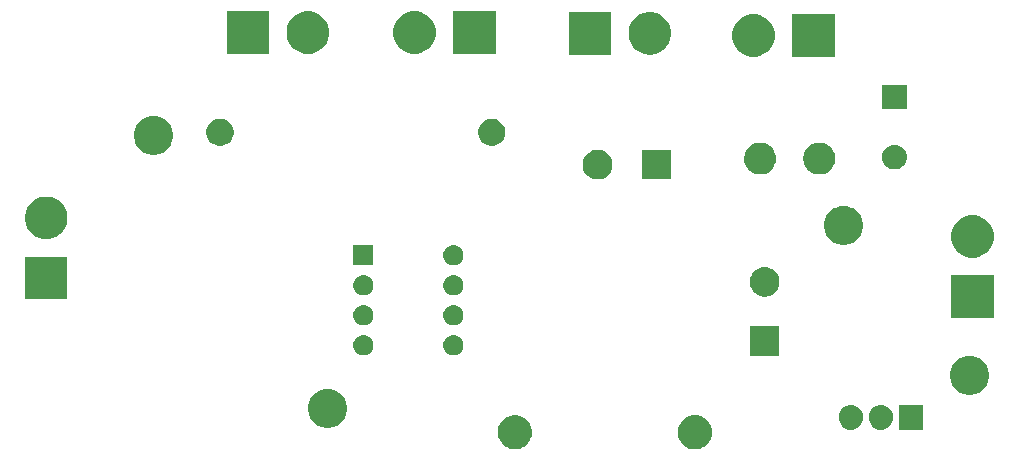
<source format=gbr>
G04 #@! TF.GenerationSoftware,KiCad,Pcbnew,(5.0.2)-1*
G04 #@! TF.CreationDate,2021-12-13T13:30:45+03:00*
G04 #@! TF.ProjectId,tasarim,74617361-7269-46d2-9e6b-696361645f70,rev?*
G04 #@! TF.SameCoordinates,Original*
G04 #@! TF.FileFunction,Soldermask,Bot*
G04 #@! TF.FilePolarity,Negative*
%FSLAX46Y46*%
G04 Gerber Fmt 4.6, Leading zero omitted, Abs format (unit mm)*
G04 Created by KiCad (PCBNEW (5.0.2)-1) date 13.12.2021 13:30:45*
%MOMM*%
%LPD*%
G01*
G04 APERTURE LIST*
%ADD10C,0.100000*%
G04 APERTURE END LIST*
D10*
G36*
X178104861Y-110065497D02*
X178211446Y-110075995D01*
X178393789Y-110131308D01*
X178484961Y-110158965D01*
X178599410Y-110220140D01*
X178737033Y-110293701D01*
X178957976Y-110475024D01*
X179117480Y-110669380D01*
X179139298Y-110695966D01*
X179274035Y-110948039D01*
X179274035Y-110948040D01*
X179357005Y-111221554D01*
X179385020Y-111506000D01*
X179357005Y-111790446D01*
X179314903Y-111929238D01*
X179274035Y-112063961D01*
X179202016Y-112198697D01*
X179139299Y-112316033D01*
X178957976Y-112536976D01*
X178737033Y-112718299D01*
X178619697Y-112781016D01*
X178484961Y-112853035D01*
X178393789Y-112880692D01*
X178211446Y-112936005D01*
X178104861Y-112946502D01*
X177998278Y-112957000D01*
X177855722Y-112957000D01*
X177749139Y-112946502D01*
X177642554Y-112936005D01*
X177460211Y-112880692D01*
X177369039Y-112853035D01*
X177234303Y-112781016D01*
X177116967Y-112718299D01*
X176896024Y-112536976D01*
X176714701Y-112316033D01*
X176651984Y-112198697D01*
X176579965Y-112063961D01*
X176539097Y-111929238D01*
X176496995Y-111790446D01*
X176468980Y-111506000D01*
X176496995Y-111221554D01*
X176579965Y-110948040D01*
X176579965Y-110948039D01*
X176714702Y-110695966D01*
X176736521Y-110669380D01*
X176896024Y-110475024D01*
X177116967Y-110293701D01*
X177254590Y-110220140D01*
X177369039Y-110158965D01*
X177460211Y-110131308D01*
X177642554Y-110075995D01*
X177749139Y-110065497D01*
X177855722Y-110055000D01*
X177998278Y-110055000D01*
X178104861Y-110065497D01*
X178104861Y-110065497D01*
G37*
G36*
X163110238Y-110110760D02*
X163110240Y-110110761D01*
X163110241Y-110110761D01*
X163374306Y-110220140D01*
X163484399Y-110293702D01*
X163611962Y-110378937D01*
X163814063Y-110581038D01*
X163814065Y-110581041D01*
X163972860Y-110818694D01*
X164073455Y-111061553D01*
X164082240Y-111082762D01*
X164138000Y-111363088D01*
X164138000Y-111648912D01*
X164109848Y-111790444D01*
X164082239Y-111929241D01*
X163972860Y-112193306D01*
X163816206Y-112427754D01*
X163814063Y-112430962D01*
X163611962Y-112633063D01*
X163611959Y-112633065D01*
X163374306Y-112791860D01*
X163110241Y-112901239D01*
X163110240Y-112901239D01*
X163110238Y-112901240D01*
X162829912Y-112957000D01*
X162544088Y-112957000D01*
X162263762Y-112901240D01*
X162263760Y-112901239D01*
X162263759Y-112901239D01*
X161999694Y-112791860D01*
X161762041Y-112633065D01*
X161762038Y-112633063D01*
X161559937Y-112430962D01*
X161557794Y-112427754D01*
X161401140Y-112193306D01*
X161291761Y-111929241D01*
X161264153Y-111790444D01*
X161236000Y-111648912D01*
X161236000Y-111363088D01*
X161291760Y-111082762D01*
X161300545Y-111061553D01*
X161401140Y-110818694D01*
X161559935Y-110581041D01*
X161559937Y-110581038D01*
X161762038Y-110378937D01*
X161889601Y-110293702D01*
X161999694Y-110220140D01*
X162263759Y-110110761D01*
X162263760Y-110110761D01*
X162263762Y-110110760D01*
X162544088Y-110055000D01*
X162829912Y-110055000D01*
X163110238Y-110110760D01*
X163110238Y-110110760D01*
G37*
G36*
X193871720Y-109199520D02*
X194060881Y-109256901D01*
X194235212Y-109350083D01*
X194388015Y-109475485D01*
X194513417Y-109628288D01*
X194606599Y-109802620D01*
X194663980Y-109991781D01*
X194678500Y-110139207D01*
X194678500Y-110332794D01*
X194663980Y-110480220D01*
X194606599Y-110669381D01*
X194513417Y-110843712D01*
X194388015Y-110996515D01*
X194235212Y-111121917D01*
X194060880Y-111215099D01*
X193871719Y-111272480D01*
X193675000Y-111291855D01*
X193478280Y-111272480D01*
X193289119Y-111215099D01*
X193114788Y-111121917D01*
X192961985Y-110996515D01*
X192836583Y-110843712D01*
X192743401Y-110669380D01*
X192686020Y-110480219D01*
X192676045Y-110378937D01*
X192671500Y-110332795D01*
X192671500Y-110139204D01*
X192677726Y-110075995D01*
X192686020Y-109991780D01*
X192743401Y-109802619D01*
X192836583Y-109628288D01*
X192961985Y-109475485D01*
X193114788Y-109350083D01*
X193289120Y-109256901D01*
X193478281Y-109199520D01*
X193675000Y-109180145D01*
X193871720Y-109199520D01*
X193871720Y-109199520D01*
G37*
G36*
X191331720Y-109199520D02*
X191520881Y-109256901D01*
X191695212Y-109350083D01*
X191848015Y-109475485D01*
X191973417Y-109628288D01*
X192066599Y-109802620D01*
X192123980Y-109991781D01*
X192138500Y-110139207D01*
X192138500Y-110332794D01*
X192123980Y-110480220D01*
X192066599Y-110669381D01*
X191973417Y-110843712D01*
X191848015Y-110996515D01*
X191695212Y-111121917D01*
X191520880Y-111215099D01*
X191331719Y-111272480D01*
X191135000Y-111291855D01*
X190938280Y-111272480D01*
X190749119Y-111215099D01*
X190574788Y-111121917D01*
X190421985Y-110996515D01*
X190296583Y-110843712D01*
X190203401Y-110669380D01*
X190146020Y-110480219D01*
X190136045Y-110378937D01*
X190131500Y-110332795D01*
X190131500Y-110139204D01*
X190137726Y-110075995D01*
X190146020Y-109991780D01*
X190203401Y-109802619D01*
X190296583Y-109628288D01*
X190421985Y-109475485D01*
X190574788Y-109350083D01*
X190749120Y-109256901D01*
X190938281Y-109199520D01*
X191135000Y-109180145D01*
X191331720Y-109199520D01*
X191331720Y-109199520D01*
G37*
G36*
X197218500Y-111287000D02*
X195211500Y-111287000D01*
X195211500Y-109185000D01*
X197218500Y-109185000D01*
X197218500Y-111287000D01*
X197218500Y-111287000D01*
G37*
G36*
X147187256Y-107865298D02*
X147293579Y-107886447D01*
X147594042Y-108010903D01*
X147791884Y-108143097D01*
X147864454Y-108191587D01*
X148094413Y-108421546D01*
X148275098Y-108691960D01*
X148399553Y-108992422D01*
X148452162Y-109256901D01*
X148463000Y-109311391D01*
X148463000Y-109636609D01*
X148399553Y-109955579D01*
X148275097Y-110256042D01*
X148125308Y-110480216D01*
X148094413Y-110526454D01*
X147864454Y-110756413D01*
X147864451Y-110756415D01*
X147594042Y-110937097D01*
X147594041Y-110937098D01*
X147594040Y-110937098D01*
X147506037Y-110973550D01*
X147293579Y-111061553D01*
X147187256Y-111082702D01*
X146974611Y-111125000D01*
X146649389Y-111125000D01*
X146436744Y-111082702D01*
X146330421Y-111061553D01*
X146117963Y-110973550D01*
X146029960Y-110937098D01*
X146029959Y-110937098D01*
X146029958Y-110937097D01*
X145759549Y-110756415D01*
X145759546Y-110756413D01*
X145529587Y-110526454D01*
X145498692Y-110480216D01*
X145348903Y-110256042D01*
X145224447Y-109955579D01*
X145161000Y-109636609D01*
X145161000Y-109311391D01*
X145171839Y-109256901D01*
X145224447Y-108992422D01*
X145348902Y-108691960D01*
X145529587Y-108421546D01*
X145759546Y-108191587D01*
X145832116Y-108143097D01*
X146029958Y-108010903D01*
X146330421Y-107886447D01*
X146436744Y-107865298D01*
X146649389Y-107823000D01*
X146974611Y-107823000D01*
X147187256Y-107865298D01*
X147187256Y-107865298D01*
G37*
G36*
X201543256Y-105071298D02*
X201649579Y-105092447D01*
X201950042Y-105216903D01*
X202216852Y-105395180D01*
X202220454Y-105397587D01*
X202450413Y-105627546D01*
X202631098Y-105897960D01*
X202755553Y-106198422D01*
X202819000Y-106517389D01*
X202819000Y-106842611D01*
X202755553Y-107161578D01*
X202631098Y-107462040D01*
X202450413Y-107732454D01*
X202220454Y-107962413D01*
X202220451Y-107962415D01*
X201950042Y-108143097D01*
X201649579Y-108267553D01*
X201543256Y-108288702D01*
X201330611Y-108331000D01*
X201005389Y-108331000D01*
X200792744Y-108288702D01*
X200686421Y-108267553D01*
X200385958Y-108143097D01*
X200115549Y-107962415D01*
X200115546Y-107962413D01*
X199885587Y-107732454D01*
X199704902Y-107462040D01*
X199580447Y-107161578D01*
X199517000Y-106842611D01*
X199517000Y-106517389D01*
X199580447Y-106198422D01*
X199704902Y-105897960D01*
X199885587Y-105627546D01*
X200115546Y-105397587D01*
X200119148Y-105395180D01*
X200385958Y-105216903D01*
X200686421Y-105092447D01*
X200792744Y-105071298D01*
X201005389Y-105029000D01*
X201330611Y-105029000D01*
X201543256Y-105071298D01*
X201543256Y-105071298D01*
G37*
G36*
X185083500Y-105010000D02*
X182581500Y-105010000D01*
X182581500Y-102508000D01*
X185083500Y-102508000D01*
X185083500Y-105010000D01*
X185083500Y-105010000D01*
G37*
G36*
X157646821Y-103301313D02*
X157646824Y-103301314D01*
X157646825Y-103301314D01*
X157807239Y-103349975D01*
X157807241Y-103349976D01*
X157807244Y-103349977D01*
X157955078Y-103428995D01*
X158084659Y-103535341D01*
X158191005Y-103664922D01*
X158270023Y-103812756D01*
X158318687Y-103973179D01*
X158335117Y-104140000D01*
X158318687Y-104306821D01*
X158270023Y-104467244D01*
X158191005Y-104615078D01*
X158084659Y-104744659D01*
X157955078Y-104851005D01*
X157807244Y-104930023D01*
X157807241Y-104930024D01*
X157807239Y-104930025D01*
X157646825Y-104978686D01*
X157646824Y-104978686D01*
X157646821Y-104978687D01*
X157521804Y-104991000D01*
X157438196Y-104991000D01*
X157313179Y-104978687D01*
X157313176Y-104978686D01*
X157313175Y-104978686D01*
X157152761Y-104930025D01*
X157152759Y-104930024D01*
X157152756Y-104930023D01*
X157004922Y-104851005D01*
X156875341Y-104744659D01*
X156768995Y-104615078D01*
X156689977Y-104467244D01*
X156641313Y-104306821D01*
X156624883Y-104140000D01*
X156641313Y-103973179D01*
X156689977Y-103812756D01*
X156768995Y-103664922D01*
X156875341Y-103535341D01*
X157004922Y-103428995D01*
X157152756Y-103349977D01*
X157152759Y-103349976D01*
X157152761Y-103349975D01*
X157313175Y-103301314D01*
X157313176Y-103301314D01*
X157313179Y-103301313D01*
X157438196Y-103289000D01*
X157521804Y-103289000D01*
X157646821Y-103301313D01*
X157646821Y-103301313D01*
G37*
G36*
X150026821Y-103301313D02*
X150026824Y-103301314D01*
X150026825Y-103301314D01*
X150187239Y-103349975D01*
X150187241Y-103349976D01*
X150187244Y-103349977D01*
X150335078Y-103428995D01*
X150464659Y-103535341D01*
X150571005Y-103664922D01*
X150650023Y-103812756D01*
X150698687Y-103973179D01*
X150715117Y-104140000D01*
X150698687Y-104306821D01*
X150650023Y-104467244D01*
X150571005Y-104615078D01*
X150464659Y-104744659D01*
X150335078Y-104851005D01*
X150187244Y-104930023D01*
X150187241Y-104930024D01*
X150187239Y-104930025D01*
X150026825Y-104978686D01*
X150026824Y-104978686D01*
X150026821Y-104978687D01*
X149901804Y-104991000D01*
X149818196Y-104991000D01*
X149693179Y-104978687D01*
X149693176Y-104978686D01*
X149693175Y-104978686D01*
X149532761Y-104930025D01*
X149532759Y-104930024D01*
X149532756Y-104930023D01*
X149384922Y-104851005D01*
X149255341Y-104744659D01*
X149148995Y-104615078D01*
X149069977Y-104467244D01*
X149021313Y-104306821D01*
X149004883Y-104140000D01*
X149021313Y-103973179D01*
X149069977Y-103812756D01*
X149148995Y-103664922D01*
X149255341Y-103535341D01*
X149384922Y-103428995D01*
X149532756Y-103349977D01*
X149532759Y-103349976D01*
X149532761Y-103349975D01*
X149693175Y-103301314D01*
X149693176Y-103301314D01*
X149693179Y-103301313D01*
X149818196Y-103289000D01*
X149901804Y-103289000D01*
X150026821Y-103301313D01*
X150026821Y-103301313D01*
G37*
G36*
X157646821Y-100761313D02*
X157646824Y-100761314D01*
X157646825Y-100761314D01*
X157807239Y-100809975D01*
X157807241Y-100809976D01*
X157807244Y-100809977D01*
X157955078Y-100888995D01*
X158084659Y-100995341D01*
X158191005Y-101124922D01*
X158270023Y-101272756D01*
X158318687Y-101433179D01*
X158335117Y-101600000D01*
X158318687Y-101766821D01*
X158270023Y-101927244D01*
X158191005Y-102075078D01*
X158084659Y-102204659D01*
X157955078Y-102311005D01*
X157807244Y-102390023D01*
X157807241Y-102390024D01*
X157807239Y-102390025D01*
X157646825Y-102438686D01*
X157646824Y-102438686D01*
X157646821Y-102438687D01*
X157521804Y-102451000D01*
X157438196Y-102451000D01*
X157313179Y-102438687D01*
X157313176Y-102438686D01*
X157313175Y-102438686D01*
X157152761Y-102390025D01*
X157152759Y-102390024D01*
X157152756Y-102390023D01*
X157004922Y-102311005D01*
X156875341Y-102204659D01*
X156768995Y-102075078D01*
X156689977Y-101927244D01*
X156641313Y-101766821D01*
X156624883Y-101600000D01*
X156641313Y-101433179D01*
X156689977Y-101272756D01*
X156768995Y-101124922D01*
X156875341Y-100995341D01*
X157004922Y-100888995D01*
X157152756Y-100809977D01*
X157152759Y-100809976D01*
X157152761Y-100809975D01*
X157313175Y-100761314D01*
X157313176Y-100761314D01*
X157313179Y-100761313D01*
X157438196Y-100749000D01*
X157521804Y-100749000D01*
X157646821Y-100761313D01*
X157646821Y-100761313D01*
G37*
G36*
X150026821Y-100761313D02*
X150026824Y-100761314D01*
X150026825Y-100761314D01*
X150187239Y-100809975D01*
X150187241Y-100809976D01*
X150187244Y-100809977D01*
X150335078Y-100888995D01*
X150464659Y-100995341D01*
X150571005Y-101124922D01*
X150650023Y-101272756D01*
X150698687Y-101433179D01*
X150715117Y-101600000D01*
X150698687Y-101766821D01*
X150650023Y-101927244D01*
X150571005Y-102075078D01*
X150464659Y-102204659D01*
X150335078Y-102311005D01*
X150187244Y-102390023D01*
X150187241Y-102390024D01*
X150187239Y-102390025D01*
X150026825Y-102438686D01*
X150026824Y-102438686D01*
X150026821Y-102438687D01*
X149901804Y-102451000D01*
X149818196Y-102451000D01*
X149693179Y-102438687D01*
X149693176Y-102438686D01*
X149693175Y-102438686D01*
X149532761Y-102390025D01*
X149532759Y-102390024D01*
X149532756Y-102390023D01*
X149384922Y-102311005D01*
X149255341Y-102204659D01*
X149148995Y-102075078D01*
X149069977Y-101927244D01*
X149021313Y-101766821D01*
X149004883Y-101600000D01*
X149021313Y-101433179D01*
X149069977Y-101272756D01*
X149148995Y-101124922D01*
X149255341Y-100995341D01*
X149384922Y-100888995D01*
X149532756Y-100809977D01*
X149532759Y-100809976D01*
X149532761Y-100809975D01*
X149693175Y-100761314D01*
X149693176Y-100761314D01*
X149693179Y-100761313D01*
X149818196Y-100749000D01*
X149901804Y-100749000D01*
X150026821Y-100761313D01*
X150026821Y-100761313D01*
G37*
G36*
X203223060Y-101813560D02*
X199620940Y-101813560D01*
X199620940Y-98211440D01*
X203223060Y-98211440D01*
X203223060Y-101813560D01*
X203223060Y-101813560D01*
G37*
G36*
X124800560Y-100226060D02*
X121198440Y-100226060D01*
X121198440Y-96623940D01*
X124800560Y-96623940D01*
X124800560Y-100226060D01*
X124800560Y-100226060D01*
G37*
G36*
X184016135Y-97520019D02*
X184197403Y-97556075D01*
X184425071Y-97650378D01*
X184629042Y-97786668D01*
X184629969Y-97787287D01*
X184804213Y-97961531D01*
X184804215Y-97961534D01*
X184941122Y-98166429D01*
X185035425Y-98394097D01*
X185083500Y-98635787D01*
X185083500Y-98882213D01*
X185035425Y-99123903D01*
X184941122Y-99351571D01*
X184818506Y-99535078D01*
X184804213Y-99556469D01*
X184629969Y-99730713D01*
X184629966Y-99730715D01*
X184425071Y-99867622D01*
X184197403Y-99961925D01*
X184016136Y-99997981D01*
X183955714Y-100010000D01*
X183709286Y-100010000D01*
X183648865Y-99997981D01*
X183467597Y-99961925D01*
X183239929Y-99867622D01*
X183035034Y-99730715D01*
X183035031Y-99730713D01*
X182860787Y-99556469D01*
X182846494Y-99535078D01*
X182723878Y-99351571D01*
X182629575Y-99123903D01*
X182581500Y-98882213D01*
X182581500Y-98635787D01*
X182629575Y-98394097D01*
X182723878Y-98166429D01*
X182860785Y-97961534D01*
X182860787Y-97961531D01*
X183035031Y-97787287D01*
X183035958Y-97786668D01*
X183239929Y-97650378D01*
X183467597Y-97556075D01*
X183648864Y-97520019D01*
X183709286Y-97508000D01*
X183955714Y-97508000D01*
X184016135Y-97520019D01*
X184016135Y-97520019D01*
G37*
G36*
X157646821Y-98221313D02*
X157646824Y-98221314D01*
X157646825Y-98221314D01*
X157807239Y-98269975D01*
X157807241Y-98269976D01*
X157807244Y-98269977D01*
X157955078Y-98348995D01*
X158084659Y-98455341D01*
X158191005Y-98584922D01*
X158270023Y-98732756D01*
X158270024Y-98732759D01*
X158270025Y-98732761D01*
X158315361Y-98882214D01*
X158318687Y-98893179D01*
X158335117Y-99060000D01*
X158318687Y-99226821D01*
X158318686Y-99226824D01*
X158318686Y-99226825D01*
X158280845Y-99351571D01*
X158270023Y-99387244D01*
X158191005Y-99535078D01*
X158084659Y-99664659D01*
X157955078Y-99771005D01*
X157807244Y-99850023D01*
X157807241Y-99850024D01*
X157807239Y-99850025D01*
X157646825Y-99898686D01*
X157646824Y-99898686D01*
X157646821Y-99898687D01*
X157521804Y-99911000D01*
X157438196Y-99911000D01*
X157313179Y-99898687D01*
X157313176Y-99898686D01*
X157313175Y-99898686D01*
X157152761Y-99850025D01*
X157152759Y-99850024D01*
X157152756Y-99850023D01*
X157004922Y-99771005D01*
X156875341Y-99664659D01*
X156768995Y-99535078D01*
X156689977Y-99387244D01*
X156679156Y-99351571D01*
X156641314Y-99226825D01*
X156641314Y-99226824D01*
X156641313Y-99226821D01*
X156624883Y-99060000D01*
X156641313Y-98893179D01*
X156644639Y-98882214D01*
X156689975Y-98732761D01*
X156689976Y-98732759D01*
X156689977Y-98732756D01*
X156768995Y-98584922D01*
X156875341Y-98455341D01*
X157004922Y-98348995D01*
X157152756Y-98269977D01*
X157152759Y-98269976D01*
X157152761Y-98269975D01*
X157313175Y-98221314D01*
X157313176Y-98221314D01*
X157313179Y-98221313D01*
X157438196Y-98209000D01*
X157521804Y-98209000D01*
X157646821Y-98221313D01*
X157646821Y-98221313D01*
G37*
G36*
X150026821Y-98221313D02*
X150026824Y-98221314D01*
X150026825Y-98221314D01*
X150187239Y-98269975D01*
X150187241Y-98269976D01*
X150187244Y-98269977D01*
X150335078Y-98348995D01*
X150464659Y-98455341D01*
X150571005Y-98584922D01*
X150650023Y-98732756D01*
X150650024Y-98732759D01*
X150650025Y-98732761D01*
X150695361Y-98882214D01*
X150698687Y-98893179D01*
X150715117Y-99060000D01*
X150698687Y-99226821D01*
X150698686Y-99226824D01*
X150698686Y-99226825D01*
X150660845Y-99351571D01*
X150650023Y-99387244D01*
X150571005Y-99535078D01*
X150464659Y-99664659D01*
X150335078Y-99771005D01*
X150187244Y-99850023D01*
X150187241Y-99850024D01*
X150187239Y-99850025D01*
X150026825Y-99898686D01*
X150026824Y-99898686D01*
X150026821Y-99898687D01*
X149901804Y-99911000D01*
X149818196Y-99911000D01*
X149693179Y-99898687D01*
X149693176Y-99898686D01*
X149693175Y-99898686D01*
X149532761Y-99850025D01*
X149532759Y-99850024D01*
X149532756Y-99850023D01*
X149384922Y-99771005D01*
X149255341Y-99664659D01*
X149148995Y-99535078D01*
X149069977Y-99387244D01*
X149059156Y-99351571D01*
X149021314Y-99226825D01*
X149021314Y-99226824D01*
X149021313Y-99226821D01*
X149004883Y-99060000D01*
X149021313Y-98893179D01*
X149024639Y-98882214D01*
X149069975Y-98732761D01*
X149069976Y-98732759D01*
X149069977Y-98732756D01*
X149148995Y-98584922D01*
X149255341Y-98455341D01*
X149384922Y-98348995D01*
X149532756Y-98269977D01*
X149532759Y-98269976D01*
X149532761Y-98269975D01*
X149693175Y-98221314D01*
X149693176Y-98221314D01*
X149693179Y-98221313D01*
X149818196Y-98209000D01*
X149901804Y-98209000D01*
X150026821Y-98221313D01*
X150026821Y-98221313D01*
G37*
G36*
X150711000Y-97371000D02*
X149009000Y-97371000D01*
X149009000Y-95669000D01*
X150711000Y-95669000D01*
X150711000Y-97371000D01*
X150711000Y-97371000D01*
G37*
G36*
X157646821Y-95681313D02*
X157646824Y-95681314D01*
X157646825Y-95681314D01*
X157807239Y-95729975D01*
X157807241Y-95729976D01*
X157807244Y-95729977D01*
X157955078Y-95808995D01*
X158084659Y-95915341D01*
X158191005Y-96044922D01*
X158270023Y-96192756D01*
X158318687Y-96353179D01*
X158335117Y-96520000D01*
X158318687Y-96686821D01*
X158270023Y-96847244D01*
X158191005Y-96995078D01*
X158084659Y-97124659D01*
X157955078Y-97231005D01*
X157807244Y-97310023D01*
X157807241Y-97310024D01*
X157807239Y-97310025D01*
X157646825Y-97358686D01*
X157646824Y-97358686D01*
X157646821Y-97358687D01*
X157521804Y-97371000D01*
X157438196Y-97371000D01*
X157313179Y-97358687D01*
X157313176Y-97358686D01*
X157313175Y-97358686D01*
X157152761Y-97310025D01*
X157152759Y-97310024D01*
X157152756Y-97310023D01*
X157004922Y-97231005D01*
X156875341Y-97124659D01*
X156768995Y-96995078D01*
X156689977Y-96847244D01*
X156641313Y-96686821D01*
X156624883Y-96520000D01*
X156641313Y-96353179D01*
X156689977Y-96192756D01*
X156768995Y-96044922D01*
X156875341Y-95915341D01*
X157004922Y-95808995D01*
X157152756Y-95729977D01*
X157152759Y-95729976D01*
X157152761Y-95729975D01*
X157313175Y-95681314D01*
X157313176Y-95681314D01*
X157313179Y-95681313D01*
X157438196Y-95669000D01*
X157521804Y-95669000D01*
X157646821Y-95681313D01*
X157646821Y-95681313D01*
G37*
G36*
X201648905Y-93141289D02*
X201947350Y-93200653D01*
X202275122Y-93336421D01*
X202570109Y-93533525D01*
X202820975Y-93784391D01*
X203018079Y-94079378D01*
X203153847Y-94407150D01*
X203223060Y-94755111D01*
X203223060Y-95109889D01*
X203153847Y-95457850D01*
X203018079Y-95785622D01*
X202820975Y-96080609D01*
X202570109Y-96331475D01*
X202275122Y-96528579D01*
X201947350Y-96664347D01*
X201648905Y-96723711D01*
X201599390Y-96733560D01*
X201244610Y-96733560D01*
X201195095Y-96723711D01*
X200896650Y-96664347D01*
X200568878Y-96528579D01*
X200273891Y-96331475D01*
X200023025Y-96080609D01*
X199825921Y-95785622D01*
X199690153Y-95457850D01*
X199620940Y-95109889D01*
X199620940Y-94755111D01*
X199690153Y-94407150D01*
X199825921Y-94079378D01*
X200023025Y-93784391D01*
X200273891Y-93533525D01*
X200568878Y-93336421D01*
X200896650Y-93200653D01*
X201195095Y-93141289D01*
X201244610Y-93131440D01*
X201599390Y-93131440D01*
X201648905Y-93141289D01*
X201648905Y-93141289D01*
G37*
G36*
X190875256Y-92371298D02*
X190981579Y-92392447D01*
X191194037Y-92480450D01*
X191221627Y-92491878D01*
X191282042Y-92516903D01*
X191548852Y-92695180D01*
X191552454Y-92697587D01*
X191782413Y-92927546D01*
X191782415Y-92927549D01*
X191963097Y-93197958D01*
X192087553Y-93498421D01*
X192151000Y-93817391D01*
X192151000Y-94142609D01*
X192087553Y-94461579D01*
X192074492Y-94493111D01*
X191963098Y-94762040D01*
X191782413Y-95032454D01*
X191552454Y-95262413D01*
X191552451Y-95262415D01*
X191282042Y-95443097D01*
X190981579Y-95567553D01*
X190875256Y-95588702D01*
X190662611Y-95631000D01*
X190337389Y-95631000D01*
X190124744Y-95588702D01*
X190018421Y-95567553D01*
X189717958Y-95443097D01*
X189447549Y-95262415D01*
X189447546Y-95262413D01*
X189217587Y-95032454D01*
X189036902Y-94762040D01*
X188925508Y-94493111D01*
X188912447Y-94461579D01*
X188849000Y-94142609D01*
X188849000Y-93817391D01*
X188912447Y-93498421D01*
X189036903Y-93197958D01*
X189217585Y-92927549D01*
X189217587Y-92927546D01*
X189447546Y-92697587D01*
X189451148Y-92695180D01*
X189717958Y-92516903D01*
X189778374Y-92491878D01*
X189805963Y-92480450D01*
X190018421Y-92392447D01*
X190124744Y-92371298D01*
X190337389Y-92329000D01*
X190662611Y-92329000D01*
X190875256Y-92371298D01*
X190875256Y-92371298D01*
G37*
G36*
X123226405Y-91553789D02*
X123524850Y-91613153D01*
X123852622Y-91748921D01*
X124147609Y-91946025D01*
X124398475Y-92196891D01*
X124595579Y-92491878D01*
X124731347Y-92819650D01*
X124800560Y-93167611D01*
X124800560Y-93522389D01*
X124731347Y-93870350D01*
X124595579Y-94198122D01*
X124398475Y-94493109D01*
X124147609Y-94743975D01*
X123852622Y-94941079D01*
X123524850Y-95076847D01*
X123226405Y-95136211D01*
X123176890Y-95146060D01*
X122822110Y-95146060D01*
X122772595Y-95136211D01*
X122474150Y-95076847D01*
X122146378Y-94941079D01*
X121851391Y-94743975D01*
X121600525Y-94493109D01*
X121403421Y-94198122D01*
X121267653Y-93870350D01*
X121198440Y-93522389D01*
X121198440Y-93167611D01*
X121267653Y-92819650D01*
X121403421Y-92491878D01*
X121600525Y-92196891D01*
X121851391Y-91946025D01*
X122146378Y-91748921D01*
X122474150Y-91613153D01*
X122772595Y-91553789D01*
X122822110Y-91543940D01*
X123176890Y-91543940D01*
X123226405Y-91553789D01*
X123226405Y-91553789D01*
G37*
G36*
X169872135Y-87597519D02*
X170053403Y-87633575D01*
X170281071Y-87727878D01*
X170423577Y-87823098D01*
X170485969Y-87864787D01*
X170660213Y-88039031D01*
X170660215Y-88039034D01*
X170797122Y-88243929D01*
X170891425Y-88471597D01*
X170939500Y-88713287D01*
X170939500Y-88959713D01*
X170891425Y-89201403D01*
X170797122Y-89429071D01*
X170664481Y-89627582D01*
X170660213Y-89633969D01*
X170485969Y-89808213D01*
X170485966Y-89808215D01*
X170281071Y-89945122D01*
X170053403Y-90039425D01*
X169872135Y-90075481D01*
X169811714Y-90087500D01*
X169565286Y-90087500D01*
X169504865Y-90075481D01*
X169323597Y-90039425D01*
X169095929Y-89945122D01*
X168891034Y-89808215D01*
X168891031Y-89808213D01*
X168716787Y-89633969D01*
X168712519Y-89627582D01*
X168579878Y-89429071D01*
X168485575Y-89201403D01*
X168437500Y-88959713D01*
X168437500Y-88713287D01*
X168485575Y-88471597D01*
X168579878Y-88243929D01*
X168716785Y-88039034D01*
X168716787Y-88039031D01*
X168891031Y-87864787D01*
X168953423Y-87823098D01*
X169095929Y-87727878D01*
X169323597Y-87633575D01*
X169504865Y-87597519D01*
X169565286Y-87585500D01*
X169811714Y-87585500D01*
X169872135Y-87597519D01*
X169872135Y-87597519D01*
G37*
G36*
X175939500Y-90087500D02*
X173437500Y-90087500D01*
X173437500Y-87585500D01*
X175939500Y-87585500D01*
X175939500Y-90087500D01*
X175939500Y-90087500D01*
G37*
G36*
X183715067Y-87003459D02*
X183845572Y-87029418D01*
X184091439Y-87131259D01*
X184279622Y-87257000D01*
X184312715Y-87279112D01*
X184500888Y-87467285D01*
X184500890Y-87467288D01*
X184648741Y-87688561D01*
X184750582Y-87934428D01*
X184762724Y-87995472D01*
X184802500Y-88195437D01*
X184802500Y-88461563D01*
X184776541Y-88592067D01*
X184750582Y-88722572D01*
X184648741Y-88968439D01*
X184509254Y-89177194D01*
X184500888Y-89189715D01*
X184312715Y-89377888D01*
X184312712Y-89377890D01*
X184091439Y-89525741D01*
X183845572Y-89627582D01*
X183813477Y-89633966D01*
X183584563Y-89679500D01*
X183318437Y-89679500D01*
X183089523Y-89633966D01*
X183057428Y-89627582D01*
X182811561Y-89525741D01*
X182590288Y-89377890D01*
X182590285Y-89377888D01*
X182402112Y-89189715D01*
X182393746Y-89177194D01*
X182254259Y-88968439D01*
X182152418Y-88722572D01*
X182126459Y-88592067D01*
X182100500Y-88461563D01*
X182100500Y-88195437D01*
X182140276Y-87995472D01*
X182152418Y-87934428D01*
X182254259Y-87688561D01*
X182402110Y-87467288D01*
X182402112Y-87467285D01*
X182590285Y-87279112D01*
X182623378Y-87257000D01*
X182811561Y-87131259D01*
X183057428Y-87029418D01*
X183187933Y-87003459D01*
X183318437Y-86977500D01*
X183584563Y-86977500D01*
X183715067Y-87003459D01*
X183715067Y-87003459D01*
G37*
G36*
X188715067Y-87003459D02*
X188845572Y-87029418D01*
X189091439Y-87131259D01*
X189279622Y-87257000D01*
X189312715Y-87279112D01*
X189500888Y-87467285D01*
X189500890Y-87467288D01*
X189648741Y-87688561D01*
X189750582Y-87934428D01*
X189762724Y-87995472D01*
X189802500Y-88195437D01*
X189802500Y-88461563D01*
X189776541Y-88592067D01*
X189750582Y-88722572D01*
X189648741Y-88968439D01*
X189509254Y-89177194D01*
X189500888Y-89189715D01*
X189312715Y-89377888D01*
X189312712Y-89377890D01*
X189091439Y-89525741D01*
X188845572Y-89627582D01*
X188813477Y-89633966D01*
X188584563Y-89679500D01*
X188318437Y-89679500D01*
X188089523Y-89633966D01*
X188057428Y-89627582D01*
X187811561Y-89525741D01*
X187590288Y-89377890D01*
X187590285Y-89377888D01*
X187402112Y-89189715D01*
X187393746Y-89177194D01*
X187254259Y-88968439D01*
X187152418Y-88722572D01*
X187126459Y-88592067D01*
X187100500Y-88461563D01*
X187100500Y-88195437D01*
X187140276Y-87995472D01*
X187152418Y-87934428D01*
X187254259Y-87688561D01*
X187402110Y-87467288D01*
X187402112Y-87467285D01*
X187590285Y-87279112D01*
X187623378Y-87257000D01*
X187811561Y-87131259D01*
X188057428Y-87029418D01*
X188187933Y-87003459D01*
X188318437Y-86977500D01*
X188584563Y-86977500D01*
X188715067Y-87003459D01*
X188715067Y-87003459D01*
G37*
G36*
X194900510Y-87153541D02*
X195024032Y-87165707D01*
X195222146Y-87225805D01*
X195404729Y-87323397D01*
X195564765Y-87454735D01*
X195696103Y-87614771D01*
X195793695Y-87797354D01*
X195853793Y-87995468D01*
X195874085Y-88201500D01*
X195853793Y-88407532D01*
X195793695Y-88605646D01*
X195696103Y-88788229D01*
X195564765Y-88948265D01*
X195404729Y-89079603D01*
X195222146Y-89177195D01*
X195024032Y-89237293D01*
X194900510Y-89249459D01*
X194869631Y-89252500D01*
X194766369Y-89252500D01*
X194735490Y-89249459D01*
X194611968Y-89237293D01*
X194413854Y-89177195D01*
X194231271Y-89079603D01*
X194071235Y-88948265D01*
X193939897Y-88788229D01*
X193842305Y-88605646D01*
X193782207Y-88407532D01*
X193761915Y-88201500D01*
X193782207Y-87995468D01*
X193842305Y-87797354D01*
X193939897Y-87614771D01*
X194071235Y-87454735D01*
X194231271Y-87323397D01*
X194413854Y-87225805D01*
X194611968Y-87165707D01*
X194735490Y-87153541D01*
X194766369Y-87150500D01*
X194869631Y-87150500D01*
X194900510Y-87153541D01*
X194900510Y-87153541D01*
G37*
G36*
X132455256Y-84751298D02*
X132561579Y-84772447D01*
X132862042Y-84896903D01*
X132948990Y-84955000D01*
X133132454Y-85077587D01*
X133362413Y-85307546D01*
X133362415Y-85307549D01*
X133543097Y-85577958D01*
X133667553Y-85878421D01*
X133731000Y-86197391D01*
X133731000Y-86522609D01*
X133667553Y-86841579D01*
X133601917Y-87000038D01*
X133547564Y-87131259D01*
X133543097Y-87142042D01*
X133421919Y-87323397D01*
X133362413Y-87412454D01*
X133132454Y-87642413D01*
X133132451Y-87642415D01*
X132862042Y-87823097D01*
X132561579Y-87947553D01*
X132455256Y-87968702D01*
X132242611Y-88011000D01*
X131917389Y-88011000D01*
X131704744Y-87968702D01*
X131598421Y-87947553D01*
X131297958Y-87823097D01*
X131027549Y-87642415D01*
X131027546Y-87642413D01*
X130797587Y-87412454D01*
X130738081Y-87323397D01*
X130616903Y-87142042D01*
X130612437Y-87131259D01*
X130558083Y-87000038D01*
X130492447Y-86841579D01*
X130429000Y-86522609D01*
X130429000Y-86197391D01*
X130492447Y-85878421D01*
X130616903Y-85577958D01*
X130797585Y-85307549D01*
X130797587Y-85307546D01*
X131027546Y-85077587D01*
X131211010Y-84955000D01*
X131297958Y-84896903D01*
X131598421Y-84772447D01*
X131704744Y-84751298D01*
X131917389Y-84709000D01*
X132242611Y-84709000D01*
X132455256Y-84751298D01*
X132455256Y-84751298D01*
G37*
G36*
X161054234Y-84999232D02*
X161263702Y-85085996D01*
X161452223Y-85211962D01*
X161612538Y-85372277D01*
X161738504Y-85560798D01*
X161825268Y-85770266D01*
X161869500Y-85992635D01*
X161869500Y-86219365D01*
X161825268Y-86441734D01*
X161738504Y-86651202D01*
X161612538Y-86839723D01*
X161452223Y-87000038D01*
X161263702Y-87126004D01*
X161054234Y-87212768D01*
X160831865Y-87257000D01*
X160605135Y-87257000D01*
X160382766Y-87212768D01*
X160173298Y-87126004D01*
X159984777Y-87000038D01*
X159824462Y-86839723D01*
X159698496Y-86651202D01*
X159611732Y-86441734D01*
X159567500Y-86219365D01*
X159567500Y-85992635D01*
X159611732Y-85770266D01*
X159698496Y-85560798D01*
X159824462Y-85372277D01*
X159984777Y-85211962D01*
X160173298Y-85085996D01*
X160382766Y-84999232D01*
X160605135Y-84955000D01*
X160831865Y-84955000D01*
X161054234Y-84999232D01*
X161054234Y-84999232D01*
G37*
G36*
X138054234Y-84999232D02*
X138263702Y-85085996D01*
X138452223Y-85211962D01*
X138612538Y-85372277D01*
X138738504Y-85560798D01*
X138825268Y-85770266D01*
X138869500Y-85992635D01*
X138869500Y-86219365D01*
X138825268Y-86441734D01*
X138738504Y-86651202D01*
X138612538Y-86839723D01*
X138452223Y-87000038D01*
X138263702Y-87126004D01*
X138054234Y-87212768D01*
X137831865Y-87257000D01*
X137605135Y-87257000D01*
X137382766Y-87212768D01*
X137173298Y-87126004D01*
X136984777Y-87000038D01*
X136824462Y-86839723D01*
X136698496Y-86651202D01*
X136611732Y-86441734D01*
X136567500Y-86219365D01*
X136567500Y-85992635D01*
X136611732Y-85770266D01*
X136698496Y-85560798D01*
X136824462Y-85372277D01*
X136984777Y-85211962D01*
X137173298Y-85085996D01*
X137382766Y-84999232D01*
X137605135Y-84955000D01*
X137831865Y-84955000D01*
X138054234Y-84999232D01*
X138054234Y-84999232D01*
G37*
G36*
X195869000Y-84172500D02*
X193767000Y-84172500D01*
X193767000Y-82070500D01*
X195869000Y-82070500D01*
X195869000Y-84172500D01*
X195869000Y-84172500D01*
G37*
G36*
X189761060Y-79715560D02*
X186158940Y-79715560D01*
X186158940Y-76113440D01*
X189761060Y-76113440D01*
X189761060Y-79715560D01*
X189761060Y-79715560D01*
G37*
G36*
X183106905Y-76123289D02*
X183405350Y-76182653D01*
X183733122Y-76318421D01*
X184028109Y-76515525D01*
X184278975Y-76766391D01*
X184476079Y-77061378D01*
X184611847Y-77389150D01*
X184681060Y-77737111D01*
X184681060Y-78091889D01*
X184611847Y-78439850D01*
X184476079Y-78767622D01*
X184278975Y-79062609D01*
X184028109Y-79313475D01*
X183733122Y-79510579D01*
X183405350Y-79646347D01*
X183106905Y-79705711D01*
X183057390Y-79715560D01*
X182702610Y-79715560D01*
X182653095Y-79705711D01*
X182354650Y-79646347D01*
X182026878Y-79510579D01*
X181731891Y-79313475D01*
X181481025Y-79062609D01*
X181283921Y-78767622D01*
X181148153Y-78439850D01*
X181078940Y-78091889D01*
X181078940Y-77737111D01*
X181148153Y-77389150D01*
X181283921Y-77061378D01*
X181481025Y-76766391D01*
X181731891Y-76515525D01*
X182026878Y-76318421D01*
X182354650Y-76182653D01*
X182653095Y-76123289D01*
X182702610Y-76113440D01*
X183057390Y-76113440D01*
X183106905Y-76123289D01*
X183106905Y-76123289D01*
G37*
G36*
X174323111Y-75928653D02*
X174642350Y-75992153D01*
X174970122Y-76127921D01*
X175265109Y-76325025D01*
X175515975Y-76575891D01*
X175713079Y-76870878D01*
X175848847Y-77198650D01*
X175918060Y-77546611D01*
X175918060Y-77901389D01*
X175848847Y-78249350D01*
X175713079Y-78577122D01*
X175515975Y-78872109D01*
X175265109Y-79122975D01*
X174970122Y-79320079D01*
X174642350Y-79455847D01*
X174343905Y-79515211D01*
X174294390Y-79525060D01*
X173939610Y-79525060D01*
X173890095Y-79515211D01*
X173591650Y-79455847D01*
X173263878Y-79320079D01*
X172968891Y-79122975D01*
X172718025Y-78872109D01*
X172520921Y-78577122D01*
X172385153Y-78249350D01*
X172315940Y-77901389D01*
X172315940Y-77546611D01*
X172385153Y-77198650D01*
X172520921Y-76870878D01*
X172718025Y-76575891D01*
X172968891Y-76325025D01*
X173263878Y-76127921D01*
X173591650Y-75992153D01*
X173910889Y-75928653D01*
X173939610Y-75922940D01*
X174294390Y-75922940D01*
X174323111Y-75928653D01*
X174323111Y-75928653D01*
G37*
G36*
X170838060Y-79525060D02*
X167235940Y-79525060D01*
X167235940Y-75922940D01*
X170838060Y-75922940D01*
X170838060Y-79525060D01*
X170838060Y-79525060D01*
G37*
G36*
X161059060Y-79461560D02*
X157456940Y-79461560D01*
X157456940Y-75859440D01*
X161059060Y-75859440D01*
X161059060Y-79461560D01*
X161059060Y-79461560D01*
G37*
G36*
X141882060Y-79461560D02*
X138279940Y-79461560D01*
X138279940Y-75859440D01*
X141882060Y-75859440D01*
X141882060Y-79461560D01*
X141882060Y-79461560D01*
G37*
G36*
X145387905Y-75869289D02*
X145686350Y-75928653D01*
X146014122Y-76064421D01*
X146309109Y-76261525D01*
X146559975Y-76512391D01*
X146757079Y-76807378D01*
X146892847Y-77135150D01*
X146962060Y-77483111D01*
X146962060Y-77837889D01*
X146892847Y-78185850D01*
X146757079Y-78513622D01*
X146559975Y-78808609D01*
X146309109Y-79059475D01*
X146014122Y-79256579D01*
X145686350Y-79392347D01*
X145387905Y-79451711D01*
X145338390Y-79461560D01*
X144983610Y-79461560D01*
X144934095Y-79451711D01*
X144635650Y-79392347D01*
X144307878Y-79256579D01*
X144012891Y-79059475D01*
X143762025Y-78808609D01*
X143564921Y-78513622D01*
X143429153Y-78185850D01*
X143359940Y-77837889D01*
X143359940Y-77483111D01*
X143429153Y-77135150D01*
X143564921Y-76807378D01*
X143762025Y-76512391D01*
X144012891Y-76261525D01*
X144307878Y-76064421D01*
X144635650Y-75928653D01*
X144934095Y-75869289D01*
X144983610Y-75859440D01*
X145338390Y-75859440D01*
X145387905Y-75869289D01*
X145387905Y-75869289D01*
G37*
G36*
X154404905Y-75869289D02*
X154703350Y-75928653D01*
X155031122Y-76064421D01*
X155326109Y-76261525D01*
X155576975Y-76512391D01*
X155774079Y-76807378D01*
X155909847Y-77135150D01*
X155979060Y-77483111D01*
X155979060Y-77837889D01*
X155909847Y-78185850D01*
X155774079Y-78513622D01*
X155576975Y-78808609D01*
X155326109Y-79059475D01*
X155031122Y-79256579D01*
X154703350Y-79392347D01*
X154404905Y-79451711D01*
X154355390Y-79461560D01*
X154000610Y-79461560D01*
X153951095Y-79451711D01*
X153652650Y-79392347D01*
X153324878Y-79256579D01*
X153029891Y-79059475D01*
X152779025Y-78808609D01*
X152581921Y-78513622D01*
X152446153Y-78185850D01*
X152376940Y-77837889D01*
X152376940Y-77483111D01*
X152446153Y-77135150D01*
X152581921Y-76807378D01*
X152779025Y-76512391D01*
X153029891Y-76261525D01*
X153324878Y-76064421D01*
X153652650Y-75928653D01*
X153951095Y-75869289D01*
X154000610Y-75859440D01*
X154355390Y-75859440D01*
X154404905Y-75869289D01*
X154404905Y-75869289D01*
G37*
M02*

</source>
